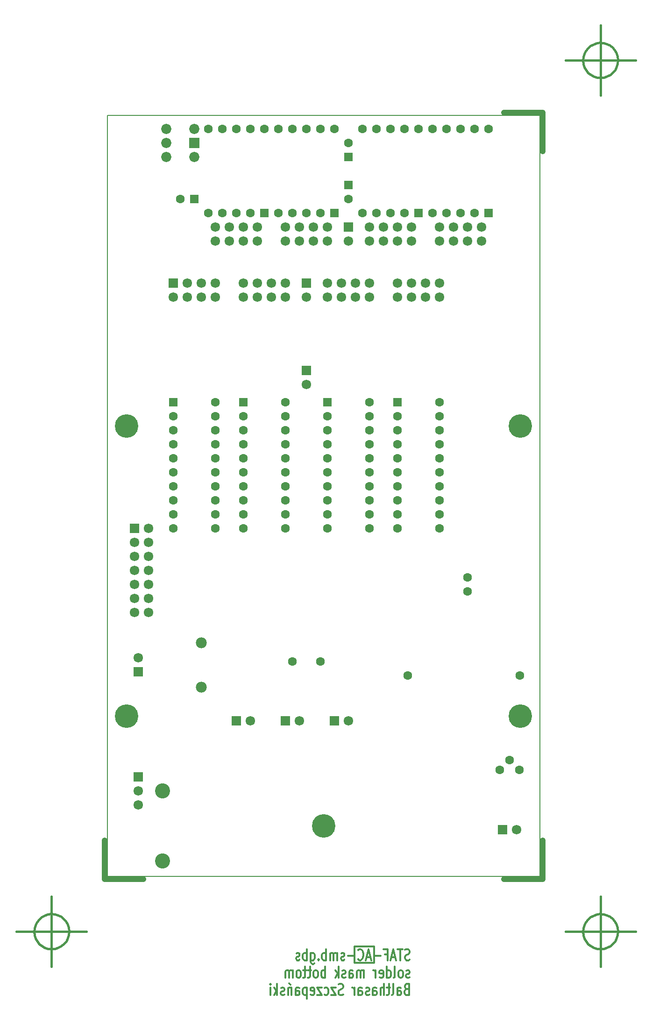
<source format=gbs>
G04 (created by PCBNEW-RS274X (2012-apr-16-27)-stable) date sob, 2 kwi 2016, 18:39:04*
G01*
G70*
G90*
%MOIN*%
G04 Gerber Fmt 3.4, Leading zero omitted, Abs format*
%FSLAX34Y34*%
G04 APERTURE LIST*
%ADD10C,0.006000*%
%ADD11C,0.012000*%
%ADD12C,0.005900*%
%ADD13C,0.039400*%
%ADD14C,0.015000*%
%ADD15R,0.062800X0.062800*%
%ADD16C,0.062800*%
%ADD17C,0.072800*%
%ADD18R,0.072800X0.072800*%
%ADD19C,0.107800*%
%ADD20C,0.077800*%
%ADD21C,0.167800*%
%ADD22C,0.067800*%
%ADD23R,0.067800X0.067800*%
G04 APERTURE END LIST*
G54D10*
G54D11*
X19043Y-60463D02*
X17643Y-60463D01*
X19043Y-59313D02*
X19043Y-60463D01*
X17643Y-59313D02*
X19043Y-59313D01*
X17643Y-60463D02*
X17643Y-59313D01*
X21579Y-60249D02*
X21493Y-60287D01*
X21350Y-60287D01*
X21293Y-60249D01*
X21264Y-60211D01*
X21236Y-60134D01*
X21236Y-60058D01*
X21264Y-59982D01*
X21293Y-59944D01*
X21350Y-59906D01*
X21464Y-59868D01*
X21522Y-59830D01*
X21550Y-59792D01*
X21579Y-59715D01*
X21579Y-59639D01*
X21550Y-59563D01*
X21522Y-59525D01*
X21464Y-59487D01*
X21322Y-59487D01*
X21236Y-59525D01*
X21065Y-59487D02*
X20722Y-59487D01*
X20893Y-60287D02*
X20893Y-59487D01*
X20551Y-60058D02*
X20265Y-60058D01*
X20608Y-60287D02*
X20408Y-59487D01*
X20208Y-60287D01*
X19808Y-59868D02*
X20008Y-59868D01*
X20008Y-60287D02*
X20008Y-59487D01*
X19722Y-59487D01*
X19494Y-59982D02*
X19037Y-59982D01*
X18780Y-60058D02*
X18494Y-60058D01*
X18837Y-60287D02*
X18637Y-59487D01*
X18437Y-60287D01*
X17894Y-60211D02*
X17923Y-60249D01*
X18009Y-60287D01*
X18066Y-60287D01*
X18151Y-60249D01*
X18209Y-60173D01*
X18237Y-60096D01*
X18266Y-59944D01*
X18266Y-59830D01*
X18237Y-59677D01*
X18209Y-59601D01*
X18151Y-59525D01*
X18066Y-59487D01*
X18009Y-59487D01*
X17923Y-59525D01*
X17894Y-59563D01*
X17637Y-59982D02*
X17180Y-59982D01*
X16923Y-60249D02*
X16866Y-60287D01*
X16751Y-60287D01*
X16694Y-60249D01*
X16666Y-60173D01*
X16666Y-60134D01*
X16694Y-60058D01*
X16751Y-60020D01*
X16837Y-60020D01*
X16894Y-59982D01*
X16923Y-59906D01*
X16923Y-59868D01*
X16894Y-59792D01*
X16837Y-59753D01*
X16751Y-59753D01*
X16694Y-59792D01*
X16408Y-60287D02*
X16408Y-59753D01*
X16408Y-59830D02*
X16380Y-59792D01*
X16322Y-59753D01*
X16237Y-59753D01*
X16180Y-59792D01*
X16151Y-59868D01*
X16151Y-60287D01*
X16151Y-59868D02*
X16122Y-59792D01*
X16065Y-59753D01*
X15980Y-59753D01*
X15922Y-59792D01*
X15894Y-59868D01*
X15894Y-60287D01*
X15608Y-60287D02*
X15608Y-59487D01*
X15608Y-59792D02*
X15551Y-59753D01*
X15437Y-59753D01*
X15380Y-59792D01*
X15351Y-59830D01*
X15322Y-59906D01*
X15322Y-60134D01*
X15351Y-60211D01*
X15380Y-60249D01*
X15437Y-60287D01*
X15551Y-60287D01*
X15608Y-60249D01*
X15065Y-60211D02*
X15037Y-60249D01*
X15065Y-60287D01*
X15094Y-60249D01*
X15065Y-60211D01*
X15065Y-60287D01*
X14522Y-59753D02*
X14522Y-60401D01*
X14551Y-60477D01*
X14579Y-60515D01*
X14636Y-60553D01*
X14722Y-60553D01*
X14779Y-60515D01*
X14522Y-60249D02*
X14579Y-60287D01*
X14693Y-60287D01*
X14751Y-60249D01*
X14779Y-60211D01*
X14808Y-60134D01*
X14808Y-59906D01*
X14779Y-59830D01*
X14751Y-59792D01*
X14693Y-59753D01*
X14579Y-59753D01*
X14522Y-59792D01*
X14236Y-60287D02*
X14236Y-59487D01*
X14236Y-59792D02*
X14179Y-59753D01*
X14065Y-59753D01*
X14008Y-59792D01*
X13979Y-59830D01*
X13950Y-59906D01*
X13950Y-60134D01*
X13979Y-60211D01*
X14008Y-60249D01*
X14065Y-60287D01*
X14179Y-60287D01*
X14236Y-60249D01*
X13722Y-60249D02*
X13665Y-60287D01*
X13550Y-60287D01*
X13493Y-60249D01*
X13465Y-60173D01*
X13465Y-60134D01*
X13493Y-60058D01*
X13550Y-60020D01*
X13636Y-60020D01*
X13693Y-59982D01*
X13722Y-59906D01*
X13722Y-59868D01*
X13693Y-59792D01*
X13636Y-59753D01*
X13550Y-59753D01*
X13493Y-59792D01*
X21579Y-61489D02*
X21522Y-61527D01*
X21407Y-61527D01*
X21350Y-61489D01*
X21322Y-61413D01*
X21322Y-61374D01*
X21350Y-61298D01*
X21407Y-61260D01*
X21493Y-61260D01*
X21550Y-61222D01*
X21579Y-61146D01*
X21579Y-61108D01*
X21550Y-61032D01*
X21493Y-60993D01*
X21407Y-60993D01*
X21350Y-61032D01*
X20978Y-61527D02*
X21036Y-61489D01*
X21064Y-61451D01*
X21093Y-61374D01*
X21093Y-61146D01*
X21064Y-61070D01*
X21036Y-61032D01*
X20978Y-60993D01*
X20893Y-60993D01*
X20836Y-61032D01*
X20807Y-61070D01*
X20778Y-61146D01*
X20778Y-61374D01*
X20807Y-61451D01*
X20836Y-61489D01*
X20893Y-61527D01*
X20978Y-61527D01*
X20435Y-61527D02*
X20493Y-61489D01*
X20521Y-61413D01*
X20521Y-60727D01*
X19950Y-61527D02*
X19950Y-60727D01*
X19950Y-61489D02*
X20007Y-61527D01*
X20121Y-61527D01*
X20179Y-61489D01*
X20207Y-61451D01*
X20236Y-61374D01*
X20236Y-61146D01*
X20207Y-61070D01*
X20179Y-61032D01*
X20121Y-60993D01*
X20007Y-60993D01*
X19950Y-61032D01*
X19436Y-61489D02*
X19493Y-61527D01*
X19607Y-61527D01*
X19664Y-61489D01*
X19693Y-61413D01*
X19693Y-61108D01*
X19664Y-61032D01*
X19607Y-60993D01*
X19493Y-60993D01*
X19436Y-61032D01*
X19407Y-61108D01*
X19407Y-61184D01*
X19693Y-61260D01*
X19150Y-61527D02*
X19150Y-60993D01*
X19150Y-61146D02*
X19122Y-61070D01*
X19093Y-61032D01*
X19036Y-60993D01*
X18979Y-60993D01*
X18322Y-61527D02*
X18322Y-60993D01*
X18322Y-61070D02*
X18294Y-61032D01*
X18236Y-60993D01*
X18151Y-60993D01*
X18094Y-61032D01*
X18065Y-61108D01*
X18065Y-61527D01*
X18065Y-61108D02*
X18036Y-61032D01*
X17979Y-60993D01*
X17894Y-60993D01*
X17836Y-61032D01*
X17808Y-61108D01*
X17808Y-61527D01*
X17265Y-61527D02*
X17265Y-61108D01*
X17294Y-61032D01*
X17351Y-60993D01*
X17465Y-60993D01*
X17522Y-61032D01*
X17265Y-61489D02*
X17322Y-61527D01*
X17465Y-61527D01*
X17522Y-61489D01*
X17551Y-61413D01*
X17551Y-61336D01*
X17522Y-61260D01*
X17465Y-61222D01*
X17322Y-61222D01*
X17265Y-61184D01*
X17008Y-61489D02*
X16951Y-61527D01*
X16836Y-61527D01*
X16779Y-61489D01*
X16751Y-61413D01*
X16751Y-61374D01*
X16779Y-61298D01*
X16836Y-61260D01*
X16922Y-61260D01*
X16979Y-61222D01*
X17008Y-61146D01*
X17008Y-61108D01*
X16979Y-61032D01*
X16922Y-60993D01*
X16836Y-60993D01*
X16779Y-61032D01*
X16493Y-61527D02*
X16493Y-60727D01*
X16436Y-61222D02*
X16265Y-61527D01*
X16265Y-60993D02*
X16493Y-61298D01*
X15550Y-61527D02*
X15550Y-60727D01*
X15550Y-61032D02*
X15493Y-60993D01*
X15379Y-60993D01*
X15322Y-61032D01*
X15293Y-61070D01*
X15264Y-61146D01*
X15264Y-61374D01*
X15293Y-61451D01*
X15322Y-61489D01*
X15379Y-61527D01*
X15493Y-61527D01*
X15550Y-61489D01*
X14921Y-61527D02*
X14979Y-61489D01*
X15007Y-61451D01*
X15036Y-61374D01*
X15036Y-61146D01*
X15007Y-61070D01*
X14979Y-61032D01*
X14921Y-60993D01*
X14836Y-60993D01*
X14779Y-61032D01*
X14750Y-61070D01*
X14721Y-61146D01*
X14721Y-61374D01*
X14750Y-61451D01*
X14779Y-61489D01*
X14836Y-61527D01*
X14921Y-61527D01*
X14550Y-60993D02*
X14321Y-60993D01*
X14464Y-60727D02*
X14464Y-61413D01*
X14436Y-61489D01*
X14378Y-61527D01*
X14321Y-61527D01*
X14207Y-60993D02*
X13978Y-60993D01*
X14121Y-60727D02*
X14121Y-61413D01*
X14093Y-61489D01*
X14035Y-61527D01*
X13978Y-61527D01*
X13692Y-61527D02*
X13750Y-61489D01*
X13778Y-61451D01*
X13807Y-61374D01*
X13807Y-61146D01*
X13778Y-61070D01*
X13750Y-61032D01*
X13692Y-60993D01*
X13607Y-60993D01*
X13550Y-61032D01*
X13521Y-61070D01*
X13492Y-61146D01*
X13492Y-61374D01*
X13521Y-61451D01*
X13550Y-61489D01*
X13607Y-61527D01*
X13692Y-61527D01*
X13235Y-61527D02*
X13235Y-60993D01*
X13235Y-61070D02*
X13207Y-61032D01*
X13149Y-60993D01*
X13064Y-60993D01*
X13007Y-61032D01*
X12978Y-61108D01*
X12978Y-61527D01*
X12978Y-61108D02*
X12949Y-61032D01*
X12892Y-60993D01*
X12807Y-60993D01*
X12749Y-61032D01*
X12721Y-61108D01*
X12721Y-61527D01*
X21350Y-62348D02*
X21264Y-62386D01*
X21236Y-62424D01*
X21207Y-62500D01*
X21207Y-62614D01*
X21236Y-62691D01*
X21264Y-62729D01*
X21322Y-62767D01*
X21550Y-62767D01*
X21550Y-61967D01*
X21350Y-61967D01*
X21293Y-62005D01*
X21264Y-62043D01*
X21236Y-62119D01*
X21236Y-62195D01*
X21264Y-62272D01*
X21293Y-62310D01*
X21350Y-62348D01*
X21550Y-62348D01*
X20693Y-62767D02*
X20693Y-62348D01*
X20722Y-62272D01*
X20779Y-62233D01*
X20893Y-62233D01*
X20950Y-62272D01*
X20693Y-62729D02*
X20750Y-62767D01*
X20893Y-62767D01*
X20950Y-62729D01*
X20979Y-62653D01*
X20979Y-62576D01*
X20950Y-62500D01*
X20893Y-62462D01*
X20750Y-62462D01*
X20693Y-62424D01*
X20321Y-62767D02*
X20379Y-62729D01*
X20407Y-62653D01*
X20407Y-61967D01*
X20179Y-62233D02*
X19950Y-62233D01*
X20093Y-61967D02*
X20093Y-62653D01*
X20065Y-62729D01*
X20007Y-62767D01*
X19950Y-62767D01*
X19750Y-62767D02*
X19750Y-61967D01*
X19493Y-62767D02*
X19493Y-62348D01*
X19522Y-62272D01*
X19579Y-62233D01*
X19664Y-62233D01*
X19722Y-62272D01*
X19750Y-62310D01*
X18950Y-62767D02*
X18950Y-62348D01*
X18979Y-62272D01*
X19036Y-62233D01*
X19150Y-62233D01*
X19207Y-62272D01*
X18950Y-62729D02*
X19007Y-62767D01*
X19150Y-62767D01*
X19207Y-62729D01*
X19236Y-62653D01*
X19236Y-62576D01*
X19207Y-62500D01*
X19150Y-62462D01*
X19007Y-62462D01*
X18950Y-62424D01*
X18693Y-62729D02*
X18636Y-62767D01*
X18521Y-62767D01*
X18464Y-62729D01*
X18436Y-62653D01*
X18436Y-62614D01*
X18464Y-62538D01*
X18521Y-62500D01*
X18607Y-62500D01*
X18664Y-62462D01*
X18693Y-62386D01*
X18693Y-62348D01*
X18664Y-62272D01*
X18607Y-62233D01*
X18521Y-62233D01*
X18464Y-62272D01*
X17921Y-62767D02*
X17921Y-62348D01*
X17950Y-62272D01*
X18007Y-62233D01*
X18121Y-62233D01*
X18178Y-62272D01*
X17921Y-62729D02*
X17978Y-62767D01*
X18121Y-62767D01*
X18178Y-62729D01*
X18207Y-62653D01*
X18207Y-62576D01*
X18178Y-62500D01*
X18121Y-62462D01*
X17978Y-62462D01*
X17921Y-62424D01*
X17635Y-62767D02*
X17635Y-62233D01*
X17635Y-62386D02*
X17607Y-62310D01*
X17578Y-62272D01*
X17521Y-62233D01*
X17464Y-62233D01*
X16836Y-62729D02*
X16750Y-62767D01*
X16607Y-62767D01*
X16550Y-62729D01*
X16521Y-62691D01*
X16493Y-62614D01*
X16493Y-62538D01*
X16521Y-62462D01*
X16550Y-62424D01*
X16607Y-62386D01*
X16721Y-62348D01*
X16779Y-62310D01*
X16807Y-62272D01*
X16836Y-62195D01*
X16836Y-62119D01*
X16807Y-62043D01*
X16779Y-62005D01*
X16721Y-61967D01*
X16579Y-61967D01*
X16493Y-62005D01*
X16293Y-62233D02*
X15979Y-62233D01*
X16293Y-62767D01*
X15979Y-62767D01*
X15493Y-62729D02*
X15550Y-62767D01*
X15664Y-62767D01*
X15722Y-62729D01*
X15750Y-62691D01*
X15779Y-62614D01*
X15779Y-62386D01*
X15750Y-62310D01*
X15722Y-62272D01*
X15664Y-62233D01*
X15550Y-62233D01*
X15493Y-62272D01*
X15293Y-62233D02*
X14979Y-62233D01*
X15293Y-62767D01*
X14979Y-62767D01*
X14522Y-62729D02*
X14579Y-62767D01*
X14693Y-62767D01*
X14750Y-62729D01*
X14779Y-62653D01*
X14779Y-62348D01*
X14750Y-62272D01*
X14693Y-62233D01*
X14579Y-62233D01*
X14522Y-62272D01*
X14493Y-62348D01*
X14493Y-62424D01*
X14779Y-62500D01*
X14236Y-62233D02*
X14236Y-63033D01*
X14236Y-62272D02*
X14179Y-62233D01*
X14065Y-62233D01*
X14008Y-62272D01*
X13979Y-62310D01*
X13950Y-62386D01*
X13950Y-62614D01*
X13979Y-62691D01*
X14008Y-62729D01*
X14065Y-62767D01*
X14179Y-62767D01*
X14236Y-62729D01*
X13436Y-62767D02*
X13436Y-62348D01*
X13465Y-62272D01*
X13522Y-62233D01*
X13636Y-62233D01*
X13693Y-62272D01*
X13436Y-62729D02*
X13493Y-62767D01*
X13636Y-62767D01*
X13693Y-62729D01*
X13722Y-62653D01*
X13722Y-62576D01*
X13693Y-62500D01*
X13636Y-62462D01*
X13493Y-62462D01*
X13436Y-62424D01*
X13150Y-62233D02*
X13150Y-62767D01*
X13150Y-62310D02*
X13122Y-62272D01*
X13064Y-62233D01*
X12979Y-62233D01*
X12922Y-62272D01*
X12893Y-62348D01*
X12893Y-62767D01*
X12979Y-61929D02*
X13064Y-62043D01*
X12636Y-62729D02*
X12579Y-62767D01*
X12464Y-62767D01*
X12407Y-62729D01*
X12379Y-62653D01*
X12379Y-62614D01*
X12407Y-62538D01*
X12464Y-62500D01*
X12550Y-62500D01*
X12607Y-62462D01*
X12636Y-62386D01*
X12636Y-62348D01*
X12607Y-62272D01*
X12550Y-62233D01*
X12464Y-62233D01*
X12407Y-62272D01*
X12121Y-62767D02*
X12121Y-61967D01*
X12064Y-62462D02*
X11893Y-62767D01*
X11893Y-62233D02*
X12121Y-62538D01*
X11635Y-62767D02*
X11635Y-62233D01*
X11635Y-61967D02*
X11664Y-62005D01*
X11635Y-62043D01*
X11607Y-62005D01*
X11635Y-61967D01*
X11635Y-62043D01*
G54D12*
X00000Y-54292D02*
X00000Y00000D01*
X00000Y00000D02*
X30866Y00000D01*
X30866Y-54292D02*
X30866Y00000D01*
G54D13*
X-00197Y-54489D02*
X02559Y-54489D01*
X-00197Y-54489D02*
X-00197Y-51733D01*
X31063Y00196D02*
X31063Y-02559D01*
X31063Y00196D02*
X28307Y00196D01*
X31063Y-54489D02*
X28307Y-54489D01*
X31063Y-54489D02*
X31063Y-51733D01*
G54D14*
X-02726Y-58229D02*
X-02750Y-58471D01*
X-02821Y-58705D01*
X-02935Y-58920D01*
X-03090Y-59109D01*
X-03278Y-59265D01*
X-03492Y-59381D01*
X-03725Y-59453D01*
X-03968Y-59478D01*
X-04210Y-59456D01*
X-04444Y-59387D01*
X-04660Y-59274D01*
X-04850Y-59122D01*
X-05007Y-58935D01*
X-05124Y-58721D01*
X-05198Y-58488D01*
X-05225Y-58246D01*
X-05205Y-58004D01*
X-05138Y-57769D01*
X-05026Y-57552D01*
X-04875Y-57361D01*
X-04689Y-57203D01*
X-04476Y-57084D01*
X-04244Y-57009D01*
X-04002Y-56980D01*
X-03759Y-56998D01*
X-03524Y-57064D01*
X-03307Y-57174D01*
X-03114Y-57324D01*
X-02955Y-57509D01*
X-02835Y-57721D01*
X-02758Y-57953D01*
X-02727Y-58195D01*
X-02726Y-58229D01*
X-06476Y-58229D02*
X-01476Y-58229D01*
X-03976Y-55729D02*
X-03976Y-60729D01*
X36447Y03937D02*
X36423Y03695D01*
X36352Y03461D01*
X36238Y03246D01*
X36083Y03057D01*
X35895Y02901D01*
X35681Y02785D01*
X35448Y02713D01*
X35205Y02688D01*
X34963Y02710D01*
X34729Y02779D01*
X34513Y02892D01*
X34323Y03044D01*
X34166Y03231D01*
X34049Y03445D01*
X33975Y03678D01*
X33948Y03920D01*
X33968Y04162D01*
X34035Y04397D01*
X34147Y04614D01*
X34298Y04805D01*
X34484Y04963D01*
X34697Y05082D01*
X34929Y05157D01*
X35171Y05186D01*
X35414Y05168D01*
X35649Y05102D01*
X35866Y04992D01*
X36059Y04842D01*
X36218Y04657D01*
X36338Y04445D01*
X36415Y04213D01*
X36446Y03971D01*
X36447Y03937D01*
X32697Y03937D02*
X37697Y03937D01*
X35197Y06437D02*
X35197Y01437D01*
X36447Y-58229D02*
X36423Y-58471D01*
X36352Y-58705D01*
X36238Y-58920D01*
X36083Y-59109D01*
X35895Y-59265D01*
X35681Y-59381D01*
X35448Y-59453D01*
X35205Y-59478D01*
X34963Y-59456D01*
X34729Y-59387D01*
X34513Y-59274D01*
X34323Y-59122D01*
X34166Y-58935D01*
X34049Y-58721D01*
X33975Y-58488D01*
X33948Y-58246D01*
X33968Y-58004D01*
X34035Y-57769D01*
X34147Y-57552D01*
X34298Y-57361D01*
X34484Y-57203D01*
X34697Y-57084D01*
X34929Y-57009D01*
X35171Y-56980D01*
X35414Y-56998D01*
X35649Y-57064D01*
X35866Y-57174D01*
X36059Y-57324D01*
X36218Y-57509D01*
X36338Y-57721D01*
X36415Y-57953D01*
X36446Y-58195D01*
X36447Y-58229D01*
X32697Y-58229D02*
X37697Y-58229D01*
X35197Y-55729D02*
X35197Y-60729D01*
G54D12*
X00000Y-07599D02*
X00000Y-07363D01*
X30866Y-54292D02*
X00000Y-54292D01*
G54D15*
X27193Y-06963D03*
G54D16*
X26193Y-06963D03*
X25193Y-06963D03*
X24193Y-06963D03*
X23193Y-06963D03*
X23193Y-00963D03*
X24193Y-00963D03*
X25193Y-00963D03*
X26193Y-00963D03*
X27193Y-00963D03*
G54D15*
X22193Y-06963D03*
G54D16*
X21193Y-06963D03*
X20193Y-06963D03*
X19193Y-06963D03*
X18193Y-06963D03*
X18193Y-00963D03*
X19193Y-00963D03*
X20193Y-00963D03*
X21193Y-00963D03*
X22193Y-00963D03*
G54D15*
X16193Y-06963D03*
G54D16*
X15193Y-06963D03*
X14193Y-06963D03*
X13193Y-06963D03*
X12193Y-06963D03*
X12193Y-00963D03*
X13193Y-00963D03*
X14193Y-00963D03*
X15193Y-00963D03*
X16193Y-00963D03*
G54D15*
X11193Y-06963D03*
G54D16*
X10193Y-06963D03*
X09193Y-06963D03*
X08193Y-06963D03*
X07193Y-06963D03*
X07193Y-00963D03*
X08193Y-00963D03*
X09193Y-00963D03*
X10193Y-00963D03*
X11193Y-00963D03*
G54D15*
X17193Y-02963D03*
G54D16*
X17193Y-01963D03*
G54D15*
X17193Y-04963D03*
G54D16*
X17193Y-05963D03*
G54D15*
X06193Y-05963D03*
G54D16*
X05193Y-05963D03*
G54D17*
X06193Y-02963D03*
X04193Y-02963D03*
G54D18*
X06193Y-01963D03*
G54D17*
X04193Y-01963D03*
X06193Y-00963D03*
X04193Y-00963D03*
G54D15*
X04693Y-20463D03*
G54D16*
X04693Y-21463D03*
X04693Y-22463D03*
X04693Y-23463D03*
X04693Y-24463D03*
X04693Y-25463D03*
X04693Y-26463D03*
X04693Y-27463D03*
X04693Y-28463D03*
X04693Y-29463D03*
X07693Y-29463D03*
X07693Y-28463D03*
X07693Y-27463D03*
X07693Y-26463D03*
X07693Y-25463D03*
X07693Y-24463D03*
X07693Y-23463D03*
X07693Y-22463D03*
X07693Y-21463D03*
X07693Y-20463D03*
G54D15*
X09693Y-20463D03*
G54D16*
X09693Y-21463D03*
X09693Y-22463D03*
X09693Y-23463D03*
X09693Y-24463D03*
X09693Y-25463D03*
X09693Y-26463D03*
X09693Y-27463D03*
X09693Y-28463D03*
X09693Y-29463D03*
X12693Y-29463D03*
X12693Y-28463D03*
X12693Y-27463D03*
X12693Y-26463D03*
X12693Y-25463D03*
X12693Y-24463D03*
X12693Y-23463D03*
X12693Y-22463D03*
X12693Y-21463D03*
X12693Y-20463D03*
G54D15*
X15693Y-20463D03*
G54D16*
X15693Y-21463D03*
X15693Y-22463D03*
X15693Y-23463D03*
X15693Y-24463D03*
X15693Y-25463D03*
X15693Y-26463D03*
X15693Y-27463D03*
X15693Y-28463D03*
X15693Y-29463D03*
X18693Y-29463D03*
X18693Y-28463D03*
X18693Y-27463D03*
X18693Y-26463D03*
X18693Y-25463D03*
X18693Y-24463D03*
X18693Y-23463D03*
X18693Y-22463D03*
X18693Y-21463D03*
X18693Y-20463D03*
G54D15*
X20693Y-20463D03*
G54D16*
X20693Y-21463D03*
X20693Y-22463D03*
X20693Y-23463D03*
X20693Y-24463D03*
X20693Y-25463D03*
X20693Y-26463D03*
X20693Y-27463D03*
X20693Y-28463D03*
X20693Y-29463D03*
X23693Y-29463D03*
X23693Y-28463D03*
X23693Y-27463D03*
X23693Y-26463D03*
X23693Y-25463D03*
X23693Y-24463D03*
X23693Y-23463D03*
X23693Y-22463D03*
X23693Y-21463D03*
X23693Y-20463D03*
X25693Y-33963D03*
X25693Y-32963D03*
X29443Y-39963D03*
X21443Y-39963D03*
X15193Y-38963D03*
X13193Y-38963D03*
G54D19*
X03943Y-48213D03*
X03943Y-53213D03*
G54D20*
X06693Y-37638D03*
X06693Y-40788D03*
G54D21*
X01378Y-22166D03*
X01378Y-42874D03*
X29488Y-42874D03*
X29488Y-22166D03*
X15450Y-50700D03*
G54D22*
X04693Y-12963D03*
G54D23*
X04693Y-11963D03*
G54D22*
X05693Y-12963D03*
X05693Y-11963D03*
X06693Y-12963D03*
X06693Y-11963D03*
X07693Y-12963D03*
X07693Y-11963D03*
X09693Y-12963D03*
X09693Y-11963D03*
X10693Y-12963D03*
X10693Y-11963D03*
X11693Y-12963D03*
X11693Y-11963D03*
X12693Y-12963D03*
X12693Y-11963D03*
X14193Y-12963D03*
G54D23*
X14193Y-11963D03*
G54D22*
X15693Y-12963D03*
X15693Y-11963D03*
X16693Y-12963D03*
X16693Y-11963D03*
X17693Y-12963D03*
X17693Y-11963D03*
X18693Y-12963D03*
X18693Y-11963D03*
X20693Y-12963D03*
X20693Y-11963D03*
X21693Y-12963D03*
X21693Y-11963D03*
X22693Y-12963D03*
X22693Y-11963D03*
X23693Y-12963D03*
X23693Y-11963D03*
X02943Y-29463D03*
G54D23*
X01943Y-29463D03*
G54D22*
X01943Y-30463D03*
X02943Y-30463D03*
X01943Y-31463D03*
X02943Y-31463D03*
X01943Y-32463D03*
X02943Y-32463D03*
X01943Y-33463D03*
X02943Y-33463D03*
X01943Y-34463D03*
X02943Y-34463D03*
X01943Y-35463D03*
X02943Y-35463D03*
G54D23*
X16193Y-43213D03*
G54D22*
X17193Y-43213D03*
G54D23*
X12693Y-43213D03*
G54D22*
X13693Y-43213D03*
G54D23*
X09193Y-43213D03*
G54D22*
X10193Y-43213D03*
G54D23*
X02193Y-47213D03*
G54D22*
X02193Y-48213D03*
G54D23*
X14193Y-18213D03*
G54D22*
X14193Y-19213D03*
G54D23*
X02193Y-39713D03*
G54D22*
X02193Y-38713D03*
X02193Y-49213D03*
X26693Y-07963D03*
X26693Y-08963D03*
X25693Y-07963D03*
X25693Y-08963D03*
X24693Y-07963D03*
X24693Y-08963D03*
X23693Y-07963D03*
X23693Y-08963D03*
X21693Y-07963D03*
X21693Y-08963D03*
X20693Y-07963D03*
X20693Y-08963D03*
X19693Y-07963D03*
X19693Y-08963D03*
X18693Y-07963D03*
X18693Y-08963D03*
G54D23*
X17193Y-07963D03*
G54D22*
X17193Y-08963D03*
X15693Y-07963D03*
X15693Y-08963D03*
X14693Y-07963D03*
X14693Y-08963D03*
X13693Y-07963D03*
X13693Y-08963D03*
X12693Y-07963D03*
X12693Y-08963D03*
X10693Y-07963D03*
X10693Y-08963D03*
X09693Y-07963D03*
X09693Y-08963D03*
X08693Y-07963D03*
X08693Y-08963D03*
X07693Y-07963D03*
X07693Y-08963D03*
G54D23*
X28193Y-50963D03*
G54D22*
X29193Y-50963D03*
G54D16*
X27993Y-46713D03*
X28693Y-46013D03*
X29393Y-46713D03*
M02*

</source>
